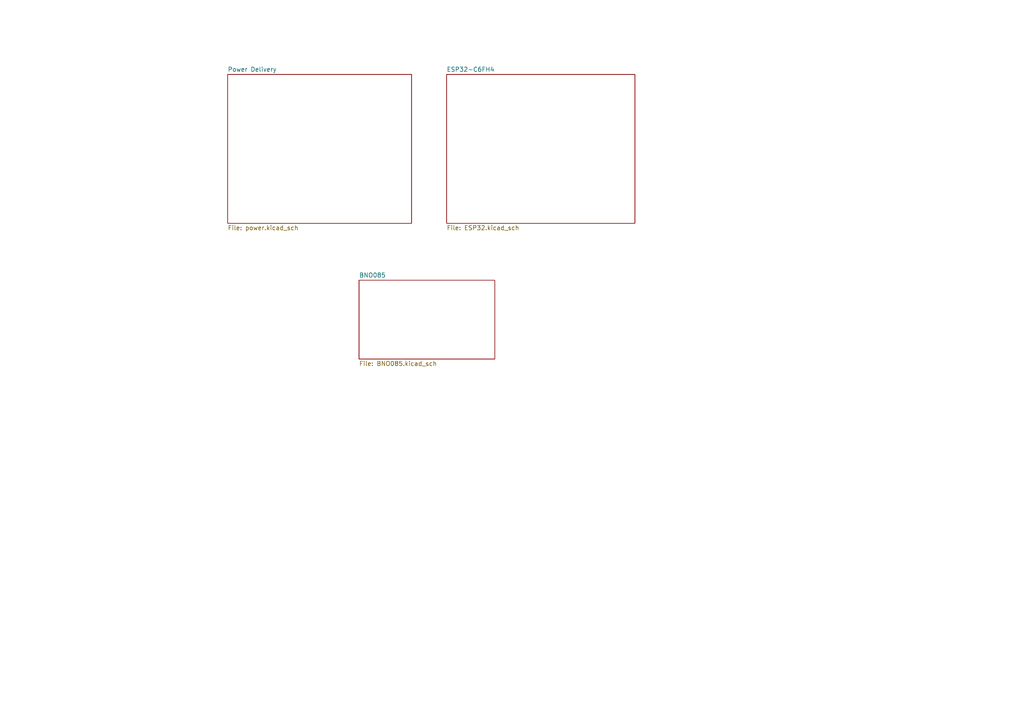
<source format=kicad_sch>
(kicad_sch
	(version 20231120)
	(generator "eeschema")
	(generator_version "8.0")
	(uuid "f32c1c49-f803-4e7c-a530-6db148a7ba36")
	(paper "A4")
	(lib_symbols)
	(sheet
		(at 104.14 81.28)
		(size 39.37 22.86)
		(fields_autoplaced yes)
		(stroke
			(width 0.1524)
			(type solid)
		)
		(fill
			(color 0 0 0 0.0000)
		)
		(uuid "1072de81-ddaf-4115-9b1e-8b480e2a0117")
		(property "Sheetname" "BNO085"
			(at 104.14 80.5684 0)
			(effects
				(font
					(size 1.27 1.27)
				)
				(justify left bottom)
			)
		)
		(property "Sheetfile" "BNO085.kicad_sch"
			(at 104.14 104.7246 0)
			(effects
				(font
					(size 1.27 1.27)
				)
				(justify left top)
			)
		)
		(instances
			(project "uSlime_PCB_Module"
				(path "/f32c1c49-f803-4e7c-a530-6db148a7ba36"
					(page "4")
				)
			)
		)
	)
	(sheet
		(at 129.54 21.59)
		(size 54.61 43.18)
		(fields_autoplaced yes)
		(stroke
			(width 0.1524)
			(type solid)
		)
		(fill
			(color 0 0 0 0.0000)
		)
		(uuid "27e9da7b-3bfa-4574-a980-93f02fcd8fa2")
		(property "Sheetname" "ESP32-C6FH4"
			(at 129.54 20.8784 0)
			(effects
				(font
					(size 1.27 1.27)
				)
				(justify left bottom)
			)
		)
		(property "Sheetfile" "ESP32.kicad_sch"
			(at 129.54 65.3546 0)
			(effects
				(font
					(size 1.27 1.27)
				)
				(justify left top)
			)
		)
		(instances
			(project "uSlime_PCB_Module"
				(path "/f32c1c49-f803-4e7c-a530-6db148a7ba36"
					(page "3")
				)
			)
		)
	)
	(sheet
		(at 66.04 21.59)
		(size 53.34 43.18)
		(fields_autoplaced yes)
		(stroke
			(width 0.1524)
			(type solid)
		)
		(fill
			(color 0 0 0 0.0000)
		)
		(uuid "9141278c-15a6-43aa-8c9d-f1bdf7efadba")
		(property "Sheetname" "Power Delivery"
			(at 66.04 20.8784 0)
			(effects
				(font
					(size 1.27 1.27)
				)
				(justify left bottom)
			)
		)
		(property "Sheetfile" "power.kicad_sch"
			(at 66.04 65.3546 0)
			(effects
				(font
					(size 1.27 1.27)
				)
				(justify left top)
			)
		)
		(instances
			(project "uSlime_PCB_Module"
				(path "/f32c1c49-f803-4e7c-a530-6db148a7ba36"
					(page "2")
				)
			)
		)
	)
	(sheet_instances
		(path "/"
			(page "1")
		)
	)
)

</source>
